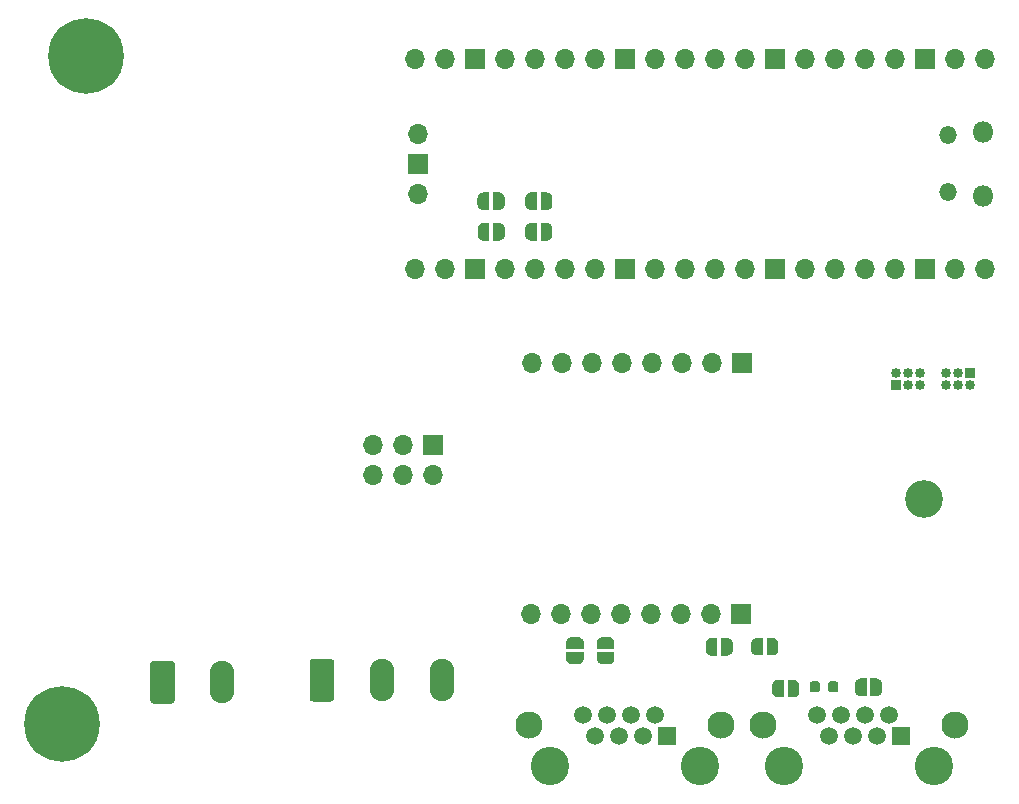
<source format=gbr>
%TF.GenerationSoftware,KiCad,Pcbnew,5.1.9+dfsg1-1+deb11u1*%
%TF.CreationDate,2022-10-19T16:44:56+02:00*%
%TF.ProjectId,firefly,66697265-666c-4792-9e6b-696361645f70,rev?*%
%TF.SameCoordinates,Original*%
%TF.FileFunction,Soldermask,Bot*%
%TF.FilePolarity,Negative*%
%FSLAX46Y46*%
G04 Gerber Fmt 4.6, Leading zero omitted, Abs format (unit mm)*
G04 Created by KiCad (PCBNEW 5.1.9+dfsg1-1+deb11u1) date 2022-10-19 16:44:56*
%MOMM*%
%LPD*%
G01*
G04 APERTURE LIST*
%ADD10C,0.100000*%
%ADD11C,2.300000*%
%ADD12C,3.250000*%
%ADD13C,1.500000*%
%ADD14R,1.500000X1.500000*%
%ADD15O,2.080000X3.600000*%
%ADD16R,1.700000X1.700000*%
%ADD17O,1.700000X1.700000*%
%ADD18C,3.200000*%
%ADD19C,0.800000*%
%ADD20C,6.400000*%
%ADD21O,0.850000X0.850000*%
%ADD22R,0.850000X0.850000*%
%ADD23O,1.800000X1.800000*%
%ADD24O,1.500000X1.500000*%
G04 APERTURE END LIST*
D10*
%TO.C,JP2*%
G36*
X209205000Y-106660000D02*
G01*
X208705000Y-106660000D01*
X208705000Y-106659398D01*
X208680466Y-106659398D01*
X208631635Y-106654588D01*
X208583510Y-106645016D01*
X208536555Y-106630772D01*
X208491222Y-106611995D01*
X208447949Y-106588864D01*
X208407150Y-106561604D01*
X208369221Y-106530476D01*
X208334524Y-106495779D01*
X208303396Y-106457850D01*
X208276136Y-106417051D01*
X208253005Y-106373778D01*
X208234228Y-106328445D01*
X208219984Y-106281490D01*
X208210412Y-106233365D01*
X208205602Y-106184534D01*
X208205602Y-106160000D01*
X208205000Y-106160000D01*
X208205000Y-105660000D01*
X208205602Y-105660000D01*
X208205602Y-105635466D01*
X208210412Y-105586635D01*
X208219984Y-105538510D01*
X208234228Y-105491555D01*
X208253005Y-105446222D01*
X208276136Y-105402949D01*
X208303396Y-105362150D01*
X208334524Y-105324221D01*
X208369221Y-105289524D01*
X208407150Y-105258396D01*
X208447949Y-105231136D01*
X208491222Y-105208005D01*
X208536555Y-105189228D01*
X208583510Y-105174984D01*
X208631635Y-105165412D01*
X208680466Y-105160602D01*
X208705000Y-105160602D01*
X208705000Y-105160000D01*
X209205000Y-105160000D01*
X209205000Y-106660000D01*
G37*
G36*
X210005000Y-105160602D02*
G01*
X210029534Y-105160602D01*
X210078365Y-105165412D01*
X210126490Y-105174984D01*
X210173445Y-105189228D01*
X210218778Y-105208005D01*
X210262051Y-105231136D01*
X210302850Y-105258396D01*
X210340779Y-105289524D01*
X210375476Y-105324221D01*
X210406604Y-105362150D01*
X210433864Y-105402949D01*
X210456995Y-105446222D01*
X210475772Y-105491555D01*
X210490016Y-105538510D01*
X210499588Y-105586635D01*
X210504398Y-105635466D01*
X210504398Y-105660000D01*
X210505000Y-105660000D01*
X210505000Y-106160000D01*
X210504398Y-106160000D01*
X210504398Y-106184534D01*
X210499588Y-106233365D01*
X210490016Y-106281490D01*
X210475772Y-106328445D01*
X210456995Y-106373778D01*
X210433864Y-106417051D01*
X210406604Y-106457850D01*
X210375476Y-106495779D01*
X210340779Y-106530476D01*
X210302850Y-106561604D01*
X210262051Y-106588864D01*
X210218778Y-106611995D01*
X210173445Y-106630772D01*
X210126490Y-106645016D01*
X210078365Y-106654588D01*
X210029534Y-106659398D01*
X210005000Y-106659398D01*
X210005000Y-106660000D01*
X209505000Y-106660000D01*
X209505000Y-105160000D01*
X210005000Y-105160000D01*
X210005000Y-105160602D01*
G37*
%TD*%
%TO.C,JP1*%
G36*
X202995000Y-105270602D02*
G01*
X203019534Y-105270602D01*
X203068365Y-105275412D01*
X203116490Y-105284984D01*
X203163445Y-105299228D01*
X203208778Y-105318005D01*
X203252051Y-105341136D01*
X203292850Y-105368396D01*
X203330779Y-105399524D01*
X203365476Y-105434221D01*
X203396604Y-105472150D01*
X203423864Y-105512949D01*
X203446995Y-105556222D01*
X203465772Y-105601555D01*
X203480016Y-105648510D01*
X203489588Y-105696635D01*
X203494398Y-105745466D01*
X203494398Y-105770000D01*
X203495000Y-105770000D01*
X203495000Y-106270000D01*
X203494398Y-106270000D01*
X203494398Y-106294534D01*
X203489588Y-106343365D01*
X203480016Y-106391490D01*
X203465772Y-106438445D01*
X203446995Y-106483778D01*
X203423864Y-106527051D01*
X203396604Y-106567850D01*
X203365476Y-106605779D01*
X203330779Y-106640476D01*
X203292850Y-106671604D01*
X203252051Y-106698864D01*
X203208778Y-106721995D01*
X203163445Y-106740772D01*
X203116490Y-106755016D01*
X203068365Y-106764588D01*
X203019534Y-106769398D01*
X202995000Y-106769398D01*
X202995000Y-106770000D01*
X202495000Y-106770000D01*
X202495000Y-105270000D01*
X202995000Y-105270000D01*
X202995000Y-105270602D01*
G37*
G36*
X202195000Y-106770000D02*
G01*
X201695000Y-106770000D01*
X201695000Y-106769398D01*
X201670466Y-106769398D01*
X201621635Y-106764588D01*
X201573510Y-106755016D01*
X201526555Y-106740772D01*
X201481222Y-106721995D01*
X201437949Y-106698864D01*
X201397150Y-106671604D01*
X201359221Y-106640476D01*
X201324524Y-106605779D01*
X201293396Y-106567850D01*
X201266136Y-106527051D01*
X201243005Y-106483778D01*
X201224228Y-106438445D01*
X201209984Y-106391490D01*
X201200412Y-106343365D01*
X201195602Y-106294534D01*
X201195602Y-106270000D01*
X201195000Y-106270000D01*
X201195000Y-105770000D01*
X201195602Y-105770000D01*
X201195602Y-105745466D01*
X201200412Y-105696635D01*
X201209984Y-105648510D01*
X201224228Y-105601555D01*
X201243005Y-105556222D01*
X201266136Y-105512949D01*
X201293396Y-105472150D01*
X201324524Y-105434221D01*
X201359221Y-105399524D01*
X201397150Y-105368396D01*
X201437949Y-105341136D01*
X201481222Y-105318005D01*
X201526555Y-105299228D01*
X201573510Y-105284984D01*
X201621635Y-105275412D01*
X201670466Y-105270602D01*
X201695000Y-105270602D01*
X201695000Y-105270000D01*
X202195000Y-105270000D01*
X202195000Y-106770000D01*
G37*
%TD*%
%TO.C,JP108*%
G36*
X200425000Y-103220000D02*
G01*
X199925000Y-103220000D01*
X199925000Y-103219398D01*
X199900466Y-103219398D01*
X199851635Y-103214588D01*
X199803510Y-103205016D01*
X199756555Y-103190772D01*
X199711222Y-103171995D01*
X199667949Y-103148864D01*
X199627150Y-103121604D01*
X199589221Y-103090476D01*
X199554524Y-103055779D01*
X199523396Y-103017850D01*
X199496136Y-102977051D01*
X199473005Y-102933778D01*
X199454228Y-102888445D01*
X199439984Y-102841490D01*
X199430412Y-102793365D01*
X199425602Y-102744534D01*
X199425602Y-102720000D01*
X199425000Y-102720000D01*
X199425000Y-102220000D01*
X199425602Y-102220000D01*
X199425602Y-102195466D01*
X199430412Y-102146635D01*
X199439984Y-102098510D01*
X199454228Y-102051555D01*
X199473005Y-102006222D01*
X199496136Y-101962949D01*
X199523396Y-101922150D01*
X199554524Y-101884221D01*
X199589221Y-101849524D01*
X199627150Y-101818396D01*
X199667949Y-101791136D01*
X199711222Y-101768005D01*
X199756555Y-101749228D01*
X199803510Y-101734984D01*
X199851635Y-101725412D01*
X199900466Y-101720602D01*
X199925000Y-101720602D01*
X199925000Y-101720000D01*
X200425000Y-101720000D01*
X200425000Y-103220000D01*
G37*
G36*
X201225000Y-101720602D02*
G01*
X201249534Y-101720602D01*
X201298365Y-101725412D01*
X201346490Y-101734984D01*
X201393445Y-101749228D01*
X201438778Y-101768005D01*
X201482051Y-101791136D01*
X201522850Y-101818396D01*
X201560779Y-101849524D01*
X201595476Y-101884221D01*
X201626604Y-101922150D01*
X201653864Y-101962949D01*
X201676995Y-102006222D01*
X201695772Y-102051555D01*
X201710016Y-102098510D01*
X201719588Y-102146635D01*
X201724398Y-102195466D01*
X201724398Y-102220000D01*
X201725000Y-102220000D01*
X201725000Y-102720000D01*
X201724398Y-102720000D01*
X201724398Y-102744534D01*
X201719588Y-102793365D01*
X201710016Y-102841490D01*
X201695772Y-102888445D01*
X201676995Y-102933778D01*
X201653864Y-102977051D01*
X201626604Y-103017850D01*
X201595476Y-103055779D01*
X201560779Y-103090476D01*
X201522850Y-103121604D01*
X201482051Y-103148864D01*
X201438778Y-103171995D01*
X201393445Y-103190772D01*
X201346490Y-103205016D01*
X201298365Y-103214588D01*
X201249534Y-103219398D01*
X201225000Y-103219398D01*
X201225000Y-103220000D01*
X200725000Y-103220000D01*
X200725000Y-101720000D01*
X201225000Y-101720000D01*
X201225000Y-101720602D01*
G37*
%TD*%
%TO.C,JP104*%
G36*
X177255000Y-68100000D02*
G01*
X176755000Y-68100000D01*
X176755000Y-68099398D01*
X176730466Y-68099398D01*
X176681635Y-68094588D01*
X176633510Y-68085016D01*
X176586555Y-68070772D01*
X176541222Y-68051995D01*
X176497949Y-68028864D01*
X176457150Y-68001604D01*
X176419221Y-67970476D01*
X176384524Y-67935779D01*
X176353396Y-67897850D01*
X176326136Y-67857051D01*
X176303005Y-67813778D01*
X176284228Y-67768445D01*
X176269984Y-67721490D01*
X176260412Y-67673365D01*
X176255602Y-67624534D01*
X176255602Y-67600000D01*
X176255000Y-67600000D01*
X176255000Y-67100000D01*
X176255602Y-67100000D01*
X176255602Y-67075466D01*
X176260412Y-67026635D01*
X176269984Y-66978510D01*
X176284228Y-66931555D01*
X176303005Y-66886222D01*
X176326136Y-66842949D01*
X176353396Y-66802150D01*
X176384524Y-66764221D01*
X176419221Y-66729524D01*
X176457150Y-66698396D01*
X176497949Y-66671136D01*
X176541222Y-66648005D01*
X176586555Y-66629228D01*
X176633510Y-66614984D01*
X176681635Y-66605412D01*
X176730466Y-66600602D01*
X176755000Y-66600602D01*
X176755000Y-66600000D01*
X177255000Y-66600000D01*
X177255000Y-68100000D01*
G37*
G36*
X178055000Y-66600602D02*
G01*
X178079534Y-66600602D01*
X178128365Y-66605412D01*
X178176490Y-66614984D01*
X178223445Y-66629228D01*
X178268778Y-66648005D01*
X178312051Y-66671136D01*
X178352850Y-66698396D01*
X178390779Y-66729524D01*
X178425476Y-66764221D01*
X178456604Y-66802150D01*
X178483864Y-66842949D01*
X178506995Y-66886222D01*
X178525772Y-66931555D01*
X178540016Y-66978510D01*
X178549588Y-67026635D01*
X178554398Y-67075466D01*
X178554398Y-67100000D01*
X178555000Y-67100000D01*
X178555000Y-67600000D01*
X178554398Y-67600000D01*
X178554398Y-67624534D01*
X178549588Y-67673365D01*
X178540016Y-67721490D01*
X178525772Y-67768445D01*
X178506995Y-67813778D01*
X178483864Y-67857051D01*
X178456604Y-67897850D01*
X178425476Y-67935779D01*
X178390779Y-67970476D01*
X178352850Y-68001604D01*
X178312051Y-68028864D01*
X178268778Y-68051995D01*
X178223445Y-68070772D01*
X178176490Y-68085016D01*
X178128365Y-68094588D01*
X178079534Y-68099398D01*
X178055000Y-68099398D01*
X178055000Y-68100000D01*
X177555000Y-68100000D01*
X177555000Y-66600000D01*
X178055000Y-66600000D01*
X178055000Y-66600602D01*
G37*
%TD*%
%TO.C,JP103*%
G36*
X176745000Y-65509398D02*
G01*
X176720466Y-65509398D01*
X176671635Y-65504588D01*
X176623510Y-65495016D01*
X176576555Y-65480772D01*
X176531222Y-65461995D01*
X176487949Y-65438864D01*
X176447150Y-65411604D01*
X176409221Y-65380476D01*
X176374524Y-65345779D01*
X176343396Y-65307850D01*
X176316136Y-65267051D01*
X176293005Y-65223778D01*
X176274228Y-65178445D01*
X176259984Y-65131490D01*
X176250412Y-65083365D01*
X176245602Y-65034534D01*
X176245602Y-65010000D01*
X176245000Y-65010000D01*
X176245000Y-64510000D01*
X176245602Y-64510000D01*
X176245602Y-64485466D01*
X176250412Y-64436635D01*
X176259984Y-64388510D01*
X176274228Y-64341555D01*
X176293005Y-64296222D01*
X176316136Y-64252949D01*
X176343396Y-64212150D01*
X176374524Y-64174221D01*
X176409221Y-64139524D01*
X176447150Y-64108396D01*
X176487949Y-64081136D01*
X176531222Y-64058005D01*
X176576555Y-64039228D01*
X176623510Y-64024984D01*
X176671635Y-64015412D01*
X176720466Y-64010602D01*
X176745000Y-64010602D01*
X176745000Y-64010000D01*
X177245000Y-64010000D01*
X177245000Y-65510000D01*
X176745000Y-65510000D01*
X176745000Y-65509398D01*
G37*
G36*
X177545000Y-64010000D02*
G01*
X178045000Y-64010000D01*
X178045000Y-64010602D01*
X178069534Y-64010602D01*
X178118365Y-64015412D01*
X178166490Y-64024984D01*
X178213445Y-64039228D01*
X178258778Y-64058005D01*
X178302051Y-64081136D01*
X178342850Y-64108396D01*
X178380779Y-64139524D01*
X178415476Y-64174221D01*
X178446604Y-64212150D01*
X178473864Y-64252949D01*
X178496995Y-64296222D01*
X178515772Y-64341555D01*
X178530016Y-64388510D01*
X178539588Y-64436635D01*
X178544398Y-64485466D01*
X178544398Y-64510000D01*
X178545000Y-64510000D01*
X178545000Y-65010000D01*
X178544398Y-65010000D01*
X178544398Y-65034534D01*
X178539588Y-65083365D01*
X178530016Y-65131490D01*
X178515772Y-65178445D01*
X178496995Y-65223778D01*
X178473864Y-65267051D01*
X178446604Y-65307850D01*
X178415476Y-65345779D01*
X178380779Y-65380476D01*
X178342850Y-65411604D01*
X178302051Y-65438864D01*
X178258778Y-65461995D01*
X178213445Y-65480772D01*
X178166490Y-65495016D01*
X178118365Y-65504588D01*
X178069534Y-65509398D01*
X178045000Y-65509398D01*
X178045000Y-65510000D01*
X177545000Y-65510000D01*
X177545000Y-64010000D01*
G37*
%TD*%
%TO.C,JP102*%
G36*
X181295000Y-68100000D02*
G01*
X180795000Y-68100000D01*
X180795000Y-68099398D01*
X180770466Y-68099398D01*
X180721635Y-68094588D01*
X180673510Y-68085016D01*
X180626555Y-68070772D01*
X180581222Y-68051995D01*
X180537949Y-68028864D01*
X180497150Y-68001604D01*
X180459221Y-67970476D01*
X180424524Y-67935779D01*
X180393396Y-67897850D01*
X180366136Y-67857051D01*
X180343005Y-67813778D01*
X180324228Y-67768445D01*
X180309984Y-67721490D01*
X180300412Y-67673365D01*
X180295602Y-67624534D01*
X180295602Y-67600000D01*
X180295000Y-67600000D01*
X180295000Y-67100000D01*
X180295602Y-67100000D01*
X180295602Y-67075466D01*
X180300412Y-67026635D01*
X180309984Y-66978510D01*
X180324228Y-66931555D01*
X180343005Y-66886222D01*
X180366136Y-66842949D01*
X180393396Y-66802150D01*
X180424524Y-66764221D01*
X180459221Y-66729524D01*
X180497150Y-66698396D01*
X180537949Y-66671136D01*
X180581222Y-66648005D01*
X180626555Y-66629228D01*
X180673510Y-66614984D01*
X180721635Y-66605412D01*
X180770466Y-66600602D01*
X180795000Y-66600602D01*
X180795000Y-66600000D01*
X181295000Y-66600000D01*
X181295000Y-68100000D01*
G37*
G36*
X182095000Y-66600602D02*
G01*
X182119534Y-66600602D01*
X182168365Y-66605412D01*
X182216490Y-66614984D01*
X182263445Y-66629228D01*
X182308778Y-66648005D01*
X182352051Y-66671136D01*
X182392850Y-66698396D01*
X182430779Y-66729524D01*
X182465476Y-66764221D01*
X182496604Y-66802150D01*
X182523864Y-66842949D01*
X182546995Y-66886222D01*
X182565772Y-66931555D01*
X182580016Y-66978510D01*
X182589588Y-67026635D01*
X182594398Y-67075466D01*
X182594398Y-67100000D01*
X182595000Y-67100000D01*
X182595000Y-67600000D01*
X182594398Y-67600000D01*
X182594398Y-67624534D01*
X182589588Y-67673365D01*
X182580016Y-67721490D01*
X182565772Y-67768445D01*
X182546995Y-67813778D01*
X182523864Y-67857051D01*
X182496604Y-67897850D01*
X182465476Y-67935779D01*
X182430779Y-67970476D01*
X182392850Y-68001604D01*
X182352051Y-68028864D01*
X182308778Y-68051995D01*
X182263445Y-68070772D01*
X182216490Y-68085016D01*
X182168365Y-68094588D01*
X182119534Y-68099398D01*
X182095000Y-68099398D01*
X182095000Y-68100000D01*
X181595000Y-68100000D01*
X181595000Y-66600000D01*
X182095000Y-66600000D01*
X182095000Y-66600602D01*
G37*
%TD*%
%TO.C,JP101*%
G36*
X180795000Y-65509398D02*
G01*
X180770466Y-65509398D01*
X180721635Y-65504588D01*
X180673510Y-65495016D01*
X180626555Y-65480772D01*
X180581222Y-65461995D01*
X180537949Y-65438864D01*
X180497150Y-65411604D01*
X180459221Y-65380476D01*
X180424524Y-65345779D01*
X180393396Y-65307850D01*
X180366136Y-65267051D01*
X180343005Y-65223778D01*
X180324228Y-65178445D01*
X180309984Y-65131490D01*
X180300412Y-65083365D01*
X180295602Y-65034534D01*
X180295602Y-65010000D01*
X180295000Y-65010000D01*
X180295000Y-64510000D01*
X180295602Y-64510000D01*
X180295602Y-64485466D01*
X180300412Y-64436635D01*
X180309984Y-64388510D01*
X180324228Y-64341555D01*
X180343005Y-64296222D01*
X180366136Y-64252949D01*
X180393396Y-64212150D01*
X180424524Y-64174221D01*
X180459221Y-64139524D01*
X180497150Y-64108396D01*
X180537949Y-64081136D01*
X180581222Y-64058005D01*
X180626555Y-64039228D01*
X180673510Y-64024984D01*
X180721635Y-64015412D01*
X180770466Y-64010602D01*
X180795000Y-64010602D01*
X180795000Y-64010000D01*
X181295000Y-64010000D01*
X181295000Y-65510000D01*
X180795000Y-65510000D01*
X180795000Y-65509398D01*
G37*
G36*
X181595000Y-64010000D02*
G01*
X182095000Y-64010000D01*
X182095000Y-64010602D01*
X182119534Y-64010602D01*
X182168365Y-64015412D01*
X182216490Y-64024984D01*
X182263445Y-64039228D01*
X182308778Y-64058005D01*
X182352051Y-64081136D01*
X182392850Y-64108396D01*
X182430779Y-64139524D01*
X182465476Y-64174221D01*
X182496604Y-64212150D01*
X182523864Y-64252949D01*
X182546995Y-64296222D01*
X182565772Y-64341555D01*
X182580016Y-64388510D01*
X182589588Y-64436635D01*
X182594398Y-64485466D01*
X182594398Y-64510000D01*
X182595000Y-64510000D01*
X182595000Y-65010000D01*
X182594398Y-65010000D01*
X182594398Y-65034534D01*
X182589588Y-65083365D01*
X182580016Y-65131490D01*
X182565772Y-65178445D01*
X182546995Y-65223778D01*
X182523864Y-65267051D01*
X182496604Y-65307850D01*
X182465476Y-65345779D01*
X182430779Y-65380476D01*
X182392850Y-65411604D01*
X182352051Y-65438864D01*
X182308778Y-65461995D01*
X182263445Y-65480772D01*
X182216490Y-65495016D01*
X182168365Y-65504588D01*
X182119534Y-65509398D01*
X182095000Y-65509398D01*
X182095000Y-65510000D01*
X181595000Y-65510000D01*
X181595000Y-64010000D01*
G37*
%TD*%
%TO.C,JP107*%
G36*
X197365000Y-101730602D02*
G01*
X197389534Y-101730602D01*
X197438365Y-101735412D01*
X197486490Y-101744984D01*
X197533445Y-101759228D01*
X197578778Y-101778005D01*
X197622051Y-101801136D01*
X197662850Y-101828396D01*
X197700779Y-101859524D01*
X197735476Y-101894221D01*
X197766604Y-101932150D01*
X197793864Y-101972949D01*
X197816995Y-102016222D01*
X197835772Y-102061555D01*
X197850016Y-102108510D01*
X197859588Y-102156635D01*
X197864398Y-102205466D01*
X197864398Y-102230000D01*
X197865000Y-102230000D01*
X197865000Y-102730000D01*
X197864398Y-102730000D01*
X197864398Y-102754534D01*
X197859588Y-102803365D01*
X197850016Y-102851490D01*
X197835772Y-102898445D01*
X197816995Y-102943778D01*
X197793864Y-102987051D01*
X197766604Y-103027850D01*
X197735476Y-103065779D01*
X197700779Y-103100476D01*
X197662850Y-103131604D01*
X197622051Y-103158864D01*
X197578778Y-103181995D01*
X197533445Y-103200772D01*
X197486490Y-103215016D01*
X197438365Y-103224588D01*
X197389534Y-103229398D01*
X197365000Y-103229398D01*
X197365000Y-103230000D01*
X196865000Y-103230000D01*
X196865000Y-101730000D01*
X197365000Y-101730000D01*
X197365000Y-101730602D01*
G37*
G36*
X196565000Y-103230000D02*
G01*
X196065000Y-103230000D01*
X196065000Y-103229398D01*
X196040466Y-103229398D01*
X195991635Y-103224588D01*
X195943510Y-103215016D01*
X195896555Y-103200772D01*
X195851222Y-103181995D01*
X195807949Y-103158864D01*
X195767150Y-103131604D01*
X195729221Y-103100476D01*
X195694524Y-103065779D01*
X195663396Y-103027850D01*
X195636136Y-102987051D01*
X195613005Y-102943778D01*
X195594228Y-102898445D01*
X195579984Y-102851490D01*
X195570412Y-102803365D01*
X195565602Y-102754534D01*
X195565602Y-102730000D01*
X195565000Y-102730000D01*
X195565000Y-102230000D01*
X195565602Y-102230000D01*
X195565602Y-102205466D01*
X195570412Y-102156635D01*
X195579984Y-102108510D01*
X195594228Y-102061555D01*
X195613005Y-102016222D01*
X195636136Y-101972949D01*
X195663396Y-101932150D01*
X195694524Y-101894221D01*
X195729221Y-101859524D01*
X195767150Y-101828396D01*
X195807949Y-101801136D01*
X195851222Y-101778005D01*
X195896555Y-101759228D01*
X195943510Y-101744984D01*
X195991635Y-101735412D01*
X196040466Y-101730602D01*
X196065000Y-101730602D01*
X196065000Y-101730000D01*
X196565000Y-101730000D01*
X196565000Y-103230000D01*
G37*
%TD*%
D11*
%TO.C,J2*%
X216645000Y-109120000D03*
X200385000Y-109120000D03*
D12*
X202165000Y-112550000D03*
X214865000Y-112550000D03*
D13*
X204963000Y-108230000D03*
X206995000Y-108230000D03*
X209027000Y-108230000D03*
X211059000Y-108230000D03*
X205979000Y-110010000D03*
X208011000Y-110010000D03*
X210043000Y-110010000D03*
D14*
X212075000Y-110010000D03*
%TD*%
%TO.C,J1*%
X192315000Y-110010000D03*
D13*
X190283000Y-110010000D03*
X188251000Y-110010000D03*
X186219000Y-110010000D03*
X191299000Y-108230000D03*
X189267000Y-108230000D03*
X187235000Y-108230000D03*
X185203000Y-108230000D03*
D12*
X195105000Y-112550000D03*
X182405000Y-112550000D03*
D11*
X180625000Y-109120000D03*
X196885000Y-109120000D03*
%TD*%
%TO.C,Jadd1*%
G36*
G01*
X162035000Y-106870003D02*
X162035000Y-103769997D01*
G75*
G02*
X162284997Y-103520000I249997J0D01*
G01*
X163865003Y-103520000D01*
G75*
G02*
X164115000Y-103769997I0J-249997D01*
G01*
X164115000Y-106870003D01*
G75*
G02*
X163865003Y-107120000I-249997J0D01*
G01*
X162284997Y-107120000D01*
G75*
G02*
X162035000Y-106870003I0J249997D01*
G01*
G37*
D15*
X168155000Y-105320000D03*
X173235000Y-105320000D03*
%TD*%
D16*
%TO.C,J101*%
X172475000Y-85400000D03*
D17*
X172475000Y-87940000D03*
X169935000Y-85400000D03*
X169935000Y-87940000D03*
X167395000Y-85400000D03*
X167395000Y-87940000D03*
%TD*%
%TO.C,R105*%
G36*
G01*
X204360000Y-106136250D02*
X204360000Y-105623750D01*
G75*
G02*
X204578750Y-105405000I218750J0D01*
G01*
X205016250Y-105405000D01*
G75*
G02*
X205235000Y-105623750I0J-218750D01*
G01*
X205235000Y-106136250D01*
G75*
G02*
X205016250Y-106355000I-218750J0D01*
G01*
X204578750Y-106355000D01*
G75*
G02*
X204360000Y-106136250I0J218750D01*
G01*
G37*
G36*
G01*
X205935000Y-106136250D02*
X205935000Y-105623750D01*
G75*
G02*
X206153750Y-105405000I218750J0D01*
G01*
X206591250Y-105405000D01*
G75*
G02*
X206810000Y-105623750I0J-218750D01*
G01*
X206810000Y-106136250D01*
G75*
G02*
X206591250Y-106355000I-218750J0D01*
G01*
X206153750Y-106355000D01*
G75*
G02*
X205935000Y-106136250I0J218750D01*
G01*
G37*
%TD*%
D18*
%TO.C,H3*%
X214075000Y-90000000D03*
%TD*%
%TO.C,Jc1*%
G36*
G01*
X148535000Y-107050003D02*
X148535000Y-103949997D01*
G75*
G02*
X148784997Y-103700000I249997J0D01*
G01*
X150365003Y-103700000D01*
G75*
G02*
X150615000Y-103949997I0J-249997D01*
G01*
X150615000Y-107050003D01*
G75*
G02*
X150365003Y-107300000I-249997J0D01*
G01*
X148784997Y-107300000D01*
G75*
G02*
X148535000Y-107050003I0J249997D01*
G01*
G37*
D15*
X154655000Y-105500000D03*
%TD*%
D19*
%TO.C,H1*%
X144772056Y-50802944D03*
X143075000Y-50100000D03*
X141377944Y-50802944D03*
X140675000Y-52500000D03*
X141377944Y-54197056D03*
X143075000Y-54900000D03*
X144772056Y-54197056D03*
X145475000Y-52500000D03*
D20*
X143075000Y-52500000D03*
%TD*%
%TO.C,H2*%
X141075000Y-109000000D03*
D19*
X143475000Y-109000000D03*
X142772056Y-110697056D03*
X141075000Y-111400000D03*
X139377944Y-110697056D03*
X138675000Y-109000000D03*
X139377944Y-107302944D03*
X141075000Y-106600000D03*
X142772056Y-107302944D03*
%TD*%
D10*
%TO.C,JP105*%
G36*
X183745000Y-102660000D02*
G01*
X183745000Y-102160000D01*
X183745602Y-102160000D01*
X183745602Y-102135466D01*
X183750412Y-102086635D01*
X183759984Y-102038510D01*
X183774228Y-101991555D01*
X183793005Y-101946222D01*
X183816136Y-101902949D01*
X183843396Y-101862150D01*
X183874524Y-101824221D01*
X183909221Y-101789524D01*
X183947150Y-101758396D01*
X183987949Y-101731136D01*
X184031222Y-101708005D01*
X184076555Y-101689228D01*
X184123510Y-101674984D01*
X184171635Y-101665412D01*
X184220466Y-101660602D01*
X184245000Y-101660602D01*
X184245000Y-101660000D01*
X184745000Y-101660000D01*
X184745000Y-101660602D01*
X184769534Y-101660602D01*
X184818365Y-101665412D01*
X184866490Y-101674984D01*
X184913445Y-101689228D01*
X184958778Y-101708005D01*
X185002051Y-101731136D01*
X185042850Y-101758396D01*
X185080779Y-101789524D01*
X185115476Y-101824221D01*
X185146604Y-101862150D01*
X185173864Y-101902949D01*
X185196995Y-101946222D01*
X185215772Y-101991555D01*
X185230016Y-102038510D01*
X185239588Y-102086635D01*
X185244398Y-102135466D01*
X185244398Y-102160000D01*
X185245000Y-102160000D01*
X185245000Y-102660000D01*
X183745000Y-102660000D01*
G37*
G36*
X185244398Y-103460000D02*
G01*
X185244398Y-103484534D01*
X185239588Y-103533365D01*
X185230016Y-103581490D01*
X185215772Y-103628445D01*
X185196995Y-103673778D01*
X185173864Y-103717051D01*
X185146604Y-103757850D01*
X185115476Y-103795779D01*
X185080779Y-103830476D01*
X185042850Y-103861604D01*
X185002051Y-103888864D01*
X184958778Y-103911995D01*
X184913445Y-103930772D01*
X184866490Y-103945016D01*
X184818365Y-103954588D01*
X184769534Y-103959398D01*
X184745000Y-103959398D01*
X184745000Y-103960000D01*
X184245000Y-103960000D01*
X184245000Y-103959398D01*
X184220466Y-103959398D01*
X184171635Y-103954588D01*
X184123510Y-103945016D01*
X184076555Y-103930772D01*
X184031222Y-103911995D01*
X183987949Y-103888864D01*
X183947150Y-103861604D01*
X183909221Y-103830476D01*
X183874524Y-103795779D01*
X183843396Y-103757850D01*
X183816136Y-103717051D01*
X183793005Y-103673778D01*
X183774228Y-103628445D01*
X183759984Y-103581490D01*
X183750412Y-103533365D01*
X183745602Y-103484534D01*
X183745602Y-103460000D01*
X183745000Y-103460000D01*
X183745000Y-102960000D01*
X185245000Y-102960000D01*
X185245000Y-103460000D01*
X185244398Y-103460000D01*
G37*
%TD*%
%TO.C,JP106*%
G36*
X187844398Y-103460000D02*
G01*
X187844398Y-103484534D01*
X187839588Y-103533365D01*
X187830016Y-103581490D01*
X187815772Y-103628445D01*
X187796995Y-103673778D01*
X187773864Y-103717051D01*
X187746604Y-103757850D01*
X187715476Y-103795779D01*
X187680779Y-103830476D01*
X187642850Y-103861604D01*
X187602051Y-103888864D01*
X187558778Y-103911995D01*
X187513445Y-103930772D01*
X187466490Y-103945016D01*
X187418365Y-103954588D01*
X187369534Y-103959398D01*
X187345000Y-103959398D01*
X187345000Y-103960000D01*
X186845000Y-103960000D01*
X186845000Y-103959398D01*
X186820466Y-103959398D01*
X186771635Y-103954588D01*
X186723510Y-103945016D01*
X186676555Y-103930772D01*
X186631222Y-103911995D01*
X186587949Y-103888864D01*
X186547150Y-103861604D01*
X186509221Y-103830476D01*
X186474524Y-103795779D01*
X186443396Y-103757850D01*
X186416136Y-103717051D01*
X186393005Y-103673778D01*
X186374228Y-103628445D01*
X186359984Y-103581490D01*
X186350412Y-103533365D01*
X186345602Y-103484534D01*
X186345602Y-103460000D01*
X186345000Y-103460000D01*
X186345000Y-102960000D01*
X187845000Y-102960000D01*
X187845000Y-103460000D01*
X187844398Y-103460000D01*
G37*
G36*
X186345000Y-102660000D02*
G01*
X186345000Y-102160000D01*
X186345602Y-102160000D01*
X186345602Y-102135466D01*
X186350412Y-102086635D01*
X186359984Y-102038510D01*
X186374228Y-101991555D01*
X186393005Y-101946222D01*
X186416136Y-101902949D01*
X186443396Y-101862150D01*
X186474524Y-101824221D01*
X186509221Y-101789524D01*
X186547150Y-101758396D01*
X186587949Y-101731136D01*
X186631222Y-101708005D01*
X186676555Y-101689228D01*
X186723510Y-101674984D01*
X186771635Y-101665412D01*
X186820466Y-101660602D01*
X186845000Y-101660602D01*
X186845000Y-101660000D01*
X187345000Y-101660000D01*
X187345000Y-101660602D01*
X187369534Y-101660602D01*
X187418365Y-101665412D01*
X187466490Y-101674984D01*
X187513445Y-101689228D01*
X187558778Y-101708005D01*
X187602051Y-101731136D01*
X187642850Y-101758396D01*
X187680779Y-101789524D01*
X187715476Y-101824221D01*
X187746604Y-101862150D01*
X187773864Y-101902949D01*
X187796995Y-101946222D01*
X187815772Y-101991555D01*
X187830016Y-102038510D01*
X187839588Y-102086635D01*
X187844398Y-102135466D01*
X187844398Y-102160000D01*
X187845000Y-102160000D01*
X187845000Y-102660000D01*
X186345000Y-102660000D01*
G37*
%TD*%
D21*
%TO.C,J102*%
X213675000Y-79340000D03*
X213675000Y-80340000D03*
X212675000Y-79340000D03*
X212675000Y-80340000D03*
X211675000Y-79340000D03*
D22*
X211675000Y-80340000D03*
%TD*%
%TO.C,J103*%
X217915000Y-79340000D03*
D21*
X217915000Y-80340000D03*
X216915000Y-79340000D03*
X216915000Y-80340000D03*
X215915000Y-79340000D03*
X215915000Y-80340000D03*
%TD*%
D17*
%TO.C,J3*%
X180825000Y-78490000D03*
X183365000Y-78490000D03*
X185905000Y-78490000D03*
X188445000Y-78490000D03*
X190985000Y-78490000D03*
X193525000Y-78490000D03*
X196065000Y-78490000D03*
D16*
X198605000Y-78490000D03*
%TD*%
%TO.C,J4*%
X198575000Y-99700000D03*
D17*
X196035000Y-99700000D03*
X193495000Y-99700000D03*
X190955000Y-99700000D03*
X188415000Y-99700000D03*
X185875000Y-99700000D03*
X183335000Y-99700000D03*
X180795000Y-99700000D03*
%TD*%
%TO.C,U1*%
X219205000Y-52700000D03*
X216665000Y-52700000D03*
D16*
X214125000Y-52700000D03*
D17*
X211585000Y-52700000D03*
X209045000Y-52700000D03*
X206505000Y-52700000D03*
X203965000Y-52700000D03*
D16*
X201425000Y-52700000D03*
D17*
X198885000Y-52700000D03*
X196345000Y-52700000D03*
X193805000Y-52700000D03*
X191265000Y-52700000D03*
D16*
X188725000Y-52700000D03*
D17*
X186185000Y-52700000D03*
X183645000Y-52700000D03*
X181105000Y-52700000D03*
X178565000Y-52700000D03*
D16*
X176025000Y-52700000D03*
D17*
X173485000Y-52700000D03*
X170945000Y-52700000D03*
X170945000Y-70480000D03*
X173485000Y-70480000D03*
D16*
X176025000Y-70480000D03*
D17*
X178565000Y-70480000D03*
X181105000Y-70480000D03*
X183645000Y-70480000D03*
X186185000Y-70480000D03*
D16*
X188725000Y-70480000D03*
D17*
X191265000Y-70480000D03*
X193805000Y-70480000D03*
X196345000Y-70480000D03*
X198885000Y-70480000D03*
D16*
X201425000Y-70480000D03*
D17*
X203965000Y-70480000D03*
X206505000Y-70480000D03*
X209045000Y-70480000D03*
X211585000Y-70480000D03*
D16*
X214125000Y-70480000D03*
D17*
X216665000Y-70480000D03*
X219205000Y-70480000D03*
D23*
X219075000Y-58865000D03*
X219075000Y-64315000D03*
D24*
X216045000Y-59165000D03*
X216045000Y-64015000D03*
D17*
X171175000Y-59050000D03*
D16*
X171175000Y-61590000D03*
D17*
X171175000Y-64130000D03*
%TD*%
M02*

</source>
